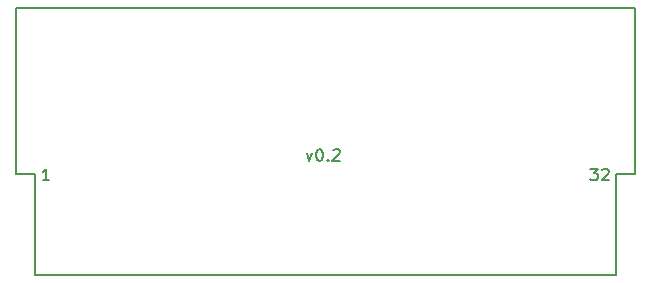
<source format=gbr>
G04 #@! TF.GenerationSoftware,KiCad,Pcbnew,(6.0.1-0)*
G04 #@! TF.CreationDate,2022-02-22T22:29:53-05:00*
G04 #@! TF.ProjectId,GBCart-Extender,47424361-7274-42d4-9578-74656e646572,rev?*
G04 #@! TF.SameCoordinates,Original*
G04 #@! TF.FileFunction,Legend,Top*
G04 #@! TF.FilePolarity,Positive*
%FSLAX46Y46*%
G04 Gerber Fmt 4.6, Leading zero omitted, Abs format (unit mm)*
G04 Created by KiCad (PCBNEW (6.0.1-0)) date 2022-02-22 22:29:53*
%MOMM*%
%LPD*%
G01*
G04 APERTURE LIST*
G04 #@! TA.AperFunction,Profile*
%ADD10C,0.150000*%
G04 #@! TD*
%ADD11C,0.150000*%
G04 APERTURE END LIST*
D10*
X124600000Y-91400000D02*
X126200000Y-91400000D01*
X75400000Y-100000000D02*
X124600000Y-100000000D01*
X75400000Y-91400000D02*
X73800000Y-91400000D01*
X73800000Y-77350000D02*
X73800000Y-91400000D01*
X126200000Y-91395000D02*
X126200000Y-77350000D01*
X124600000Y-100000000D02*
X124600000Y-91400000D01*
X75400000Y-100000000D02*
X75400000Y-91400000D01*
X73800000Y-77350000D02*
X126200000Y-77350000D01*
D11*
X98371428Y-89635714D02*
X98609523Y-90302380D01*
X98847619Y-89635714D01*
X99419047Y-89302380D02*
X99514285Y-89302380D01*
X99609523Y-89350000D01*
X99657142Y-89397619D01*
X99704761Y-89492857D01*
X99752380Y-89683333D01*
X99752380Y-89921428D01*
X99704761Y-90111904D01*
X99657142Y-90207142D01*
X99609523Y-90254761D01*
X99514285Y-90302380D01*
X99419047Y-90302380D01*
X99323809Y-90254761D01*
X99276190Y-90207142D01*
X99228571Y-90111904D01*
X99180952Y-89921428D01*
X99180952Y-89683333D01*
X99228571Y-89492857D01*
X99276190Y-89397619D01*
X99323809Y-89350000D01*
X99419047Y-89302380D01*
X100180952Y-90207142D02*
X100228571Y-90254761D01*
X100180952Y-90302380D01*
X100133333Y-90254761D01*
X100180952Y-90207142D01*
X100180952Y-90302380D01*
X100609523Y-89397619D02*
X100657142Y-89350000D01*
X100752380Y-89302380D01*
X100990476Y-89302380D01*
X101085714Y-89350000D01*
X101133333Y-89397619D01*
X101180952Y-89492857D01*
X101180952Y-89588095D01*
X101133333Y-89730952D01*
X100561904Y-90302380D01*
X101180952Y-90302380D01*
X122390476Y-90952380D02*
X123009523Y-90952380D01*
X122676190Y-91333333D01*
X122819047Y-91333333D01*
X122914285Y-91380952D01*
X122961904Y-91428571D01*
X123009523Y-91523809D01*
X123009523Y-91761904D01*
X122961904Y-91857142D01*
X122914285Y-91904761D01*
X122819047Y-91952380D01*
X122533333Y-91952380D01*
X122438095Y-91904761D01*
X122390476Y-91857142D01*
X123390476Y-91047619D02*
X123438095Y-91000000D01*
X123533333Y-90952380D01*
X123771428Y-90952380D01*
X123866666Y-91000000D01*
X123914285Y-91047619D01*
X123961904Y-91142857D01*
X123961904Y-91238095D01*
X123914285Y-91380952D01*
X123342857Y-91952380D01*
X123961904Y-91952380D01*
X76585714Y-91952380D02*
X76014285Y-91952380D01*
X76300000Y-91952380D02*
X76300000Y-90952380D01*
X76204761Y-91095238D01*
X76109523Y-91190476D01*
X76014285Y-91238095D01*
M02*

</source>
